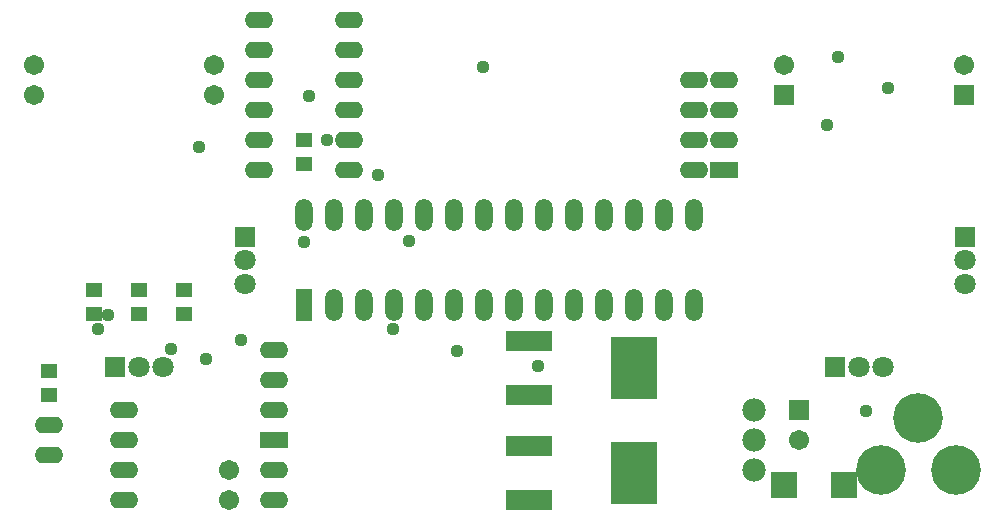
<source format=gbs>
G04 Layer_Color=16711935*
%FSLAX24Y24*%
%MOIN*%
G70*
G01*
G75*
%ADD37R,0.0580X0.0480*%
%ADD39C,0.1655*%
%ADD40R,0.0946X0.0552*%
%ADD41O,0.0946X0.0552*%
%ADD42O,0.0580X0.1080*%
%ADD43R,0.0580X0.1080*%
%ADD44C,0.0710*%
%ADD45R,0.0710X0.0710*%
%ADD46R,0.0671X0.0671*%
%ADD47C,0.0671*%
%ADD48O,0.0946X0.0552*%
%ADD49R,0.0946X0.0552*%
%ADD50C,0.0780*%
%ADD51C,0.0440*%
%ADD52R,0.1580X0.2080*%
%ADD53R,0.1580X0.0680*%
%ADD54R,0.0880X0.0880*%
G54D37*
X1500Y5300D02*
D03*
Y4500D02*
D03*
X3000Y7200D02*
D03*
Y8000D02*
D03*
X4500Y7200D02*
D03*
Y8000D02*
D03*
X6000Y7200D02*
D03*
Y8000D02*
D03*
X10000Y12200D02*
D03*
Y13000D02*
D03*
G54D39*
X29240Y2020D02*
D03*
X31720D02*
D03*
X30480Y3756D02*
D03*
G54D40*
X24000Y12000D02*
D03*
G54D41*
Y13000D02*
D03*
Y14000D02*
D03*
Y15000D02*
D03*
X23000Y12000D02*
D03*
Y13000D02*
D03*
Y14000D02*
D03*
Y15000D02*
D03*
X1500Y3500D02*
D03*
Y2500D02*
D03*
X8500Y17000D02*
D03*
Y16000D02*
D03*
Y15000D02*
D03*
Y14000D02*
D03*
Y13000D02*
D03*
Y12000D02*
D03*
X11500D02*
D03*
Y13000D02*
D03*
Y14000D02*
D03*
Y15000D02*
D03*
Y16000D02*
D03*
Y17000D02*
D03*
G54D42*
X23000Y10500D02*
D03*
X22000D02*
D03*
X21000D02*
D03*
X20000D02*
D03*
X19000D02*
D03*
X18000D02*
D03*
X17000D02*
D03*
X16000D02*
D03*
X15000D02*
D03*
X14000D02*
D03*
X13000D02*
D03*
X12000D02*
D03*
X11000D02*
D03*
X10000D02*
D03*
X23000Y7500D02*
D03*
X22000D02*
D03*
X21000D02*
D03*
X20000D02*
D03*
X19000D02*
D03*
X18000D02*
D03*
X17000D02*
D03*
X16000D02*
D03*
X15000D02*
D03*
X14000D02*
D03*
X13000D02*
D03*
X12000D02*
D03*
X11000D02*
D03*
G54D43*
X10000D02*
D03*
G54D44*
X4500Y5457D02*
D03*
X5287D02*
D03*
X8043Y9000D02*
D03*
Y8213D02*
D03*
X28500Y5457D02*
D03*
X29287D02*
D03*
X32043Y9000D02*
D03*
Y8213D02*
D03*
G54D45*
X3713Y5457D02*
D03*
X8043Y9787D02*
D03*
X27713Y5457D02*
D03*
X32043Y9787D02*
D03*
G54D46*
X26500Y4000D02*
D03*
X26000Y14500D02*
D03*
X32000D02*
D03*
G54D47*
X26500Y3000D02*
D03*
X7500Y2000D02*
D03*
Y1000D02*
D03*
X7000Y15500D02*
D03*
Y14500D02*
D03*
X1000Y15500D02*
D03*
Y14500D02*
D03*
X26000Y15500D02*
D03*
X32000D02*
D03*
G54D48*
X9000Y6000D02*
D03*
Y5000D02*
D03*
Y4000D02*
D03*
Y2000D02*
D03*
Y1000D02*
D03*
X4000D02*
D03*
Y2000D02*
D03*
Y3000D02*
D03*
Y4000D02*
D03*
G54D49*
X9000Y3000D02*
D03*
G54D50*
X25000Y2000D02*
D03*
Y4000D02*
D03*
Y3000D02*
D03*
G54D51*
X27800Y15776D02*
D03*
X27420Y13496D02*
D03*
X10780Y13000D02*
D03*
X15110Y5966D02*
D03*
X6730Y5726D02*
D03*
X5580Y6046D02*
D03*
X28740Y3969D02*
D03*
X6490Y12786D02*
D03*
X13490Y9656D02*
D03*
X3460Y7166D02*
D03*
X3120Y6716D02*
D03*
X29470Y14736D02*
D03*
X12970Y6716D02*
D03*
X15971Y15446D02*
D03*
X7900Y6346D02*
D03*
X10000Y9626D02*
D03*
X10180Y14476D02*
D03*
X12467Y11846D02*
D03*
X17793Y5489D02*
D03*
G54D52*
X21004Y5406D02*
D03*
Y1906D02*
D03*
G54D53*
X17500Y6311D02*
D03*
Y4500D02*
D03*
Y2811D02*
D03*
Y1000D02*
D03*
G54D54*
X26000Y1500D02*
D03*
X28000D02*
D03*
M02*

</source>
